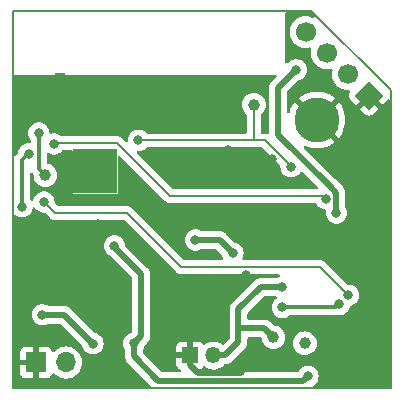
<source format=gbr>
G04 #@! TF.GenerationSoftware,KiCad,Pcbnew,7.0.2-6a45011f42~172~ubuntu22.04.1*
G04 #@! TF.CreationDate,2023-08-24T20:39:21+02:00*
G04 #@! TF.ProjectId,CH582,43483538-322e-46b6-9963-61645f706362,rev?*
G04 #@! TF.SameCoordinates,Original*
G04 #@! TF.FileFunction,Copper,L2,Bot*
G04 #@! TF.FilePolarity,Positive*
%FSLAX46Y46*%
G04 Gerber Fmt 4.6, Leading zero omitted, Abs format (unit mm)*
G04 Created by KiCad (PCBNEW 7.0.2-6a45011f42~172~ubuntu22.04.1) date 2023-08-24 20:39:21*
%MOMM*%
%LPD*%
G01*
G04 APERTURE LIST*
G04 Aperture macros list*
%AMHorizOval*
0 Thick line with rounded ends*
0 $1 width*
0 $2 $3 position (X,Y) of the first rounded end (center of the circle)*
0 $4 $5 position (X,Y) of the second rounded end (center of the circle)*
0 Add line between two ends*
20,1,$1,$2,$3,$4,$5,0*
0 Add two circle primitives to create the rounded ends*
1,1,$1,$2,$3*
1,1,$1,$4,$5*%
%AMRotRect*
0 Rectangle, with rotation*
0 The origin of the aperture is its center*
0 $1 length*
0 $2 width*
0 $3 Rotation angle, in degrees counterclockwise*
0 Add horizontal line*
21,1,$1,$2,0,0,$3*%
G04 Aperture macros list end*
G04 #@! TA.AperFunction,Profile*
%ADD10C,0.200000*%
G04 #@! TD*
G04 #@! TA.AperFunction,ComponentPad*
%ADD11R,0.900000X0.500000*%
G04 #@! TD*
G04 #@! TA.AperFunction,SMDPad,CuDef*
%ADD12C,1.000000*%
G04 #@! TD*
G04 #@! TA.AperFunction,ConnectorPad*
%ADD13C,3.800000*%
G04 #@! TD*
G04 #@! TA.AperFunction,ComponentPad*
%ADD14C,2.600000*%
G04 #@! TD*
G04 #@! TA.AperFunction,ComponentPad*
%ADD15R,1.700000X1.700000*%
G04 #@! TD*
G04 #@! TA.AperFunction,ComponentPad*
%ADD16O,1.700000X1.700000*%
G04 #@! TD*
G04 #@! TA.AperFunction,ComponentPad*
%ADD17C,0.500000*%
G04 #@! TD*
G04 #@! TA.AperFunction,SMDPad,CuDef*
%ADD18R,3.700000X3.700000*%
G04 #@! TD*
G04 #@! TA.AperFunction,ComponentPad*
%ADD19R,1.350000X1.350000*%
G04 #@! TD*
G04 #@! TA.AperFunction,ComponentPad*
%ADD20O,1.350000X1.350000*%
G04 #@! TD*
G04 #@! TA.AperFunction,ComponentPad*
%ADD21RotRect,1.700000X1.700000X225.000000*%
G04 #@! TD*
G04 #@! TA.AperFunction,ComponentPad*
%ADD22HorizOval,1.700000X0.000000X0.000000X0.000000X0.000000X0*%
G04 #@! TD*
G04 #@! TA.AperFunction,ViaPad*
%ADD23C,0.800000*%
G04 #@! TD*
G04 #@! TA.AperFunction,Conductor*
%ADD24C,0.500000*%
G04 #@! TD*
G04 #@! TA.AperFunction,Conductor*
%ADD25C,0.170000*%
G04 #@! TD*
G04 #@! TA.AperFunction,Conductor*
%ADD26C,0.320000*%
G04 #@! TD*
%ADD27C,0.350000*%
%ADD28C,0.300000*%
%ADD29C,0.200000*%
G04 APERTURE END LIST*
D10*
X47000000Y-21750000D02*
X47000000Y-47000000D01*
X15000000Y-47000000D01*
X15000000Y-15000000D01*
X40250000Y-15000000D01*
X47000000Y-21750000D01*
D11*
X19000000Y-20550000D03*
D12*
X39751000Y-43180000D03*
D13*
X40767000Y-24257000D03*
D14*
X40767000Y-24257000D03*
D12*
X17780000Y-28956000D03*
X37084000Y-42672000D03*
X35433000Y-22987000D03*
D15*
X17000000Y-44800000D03*
D16*
X19540000Y-44800000D03*
D17*
X23605482Y-26987800D03*
X22538815Y-26987800D03*
X21472149Y-26987800D03*
X20405482Y-26987800D03*
X23605482Y-28054467D03*
X22538815Y-28054467D03*
X21472149Y-28054467D03*
X20405482Y-28054467D03*
D18*
X22005482Y-28587800D03*
D17*
X23605482Y-29121133D03*
X22538815Y-29121133D03*
X21472149Y-29121133D03*
X20405482Y-29121133D03*
X23605482Y-30187800D03*
X22538815Y-30187800D03*
X21472149Y-30187800D03*
X20405482Y-30187800D03*
D19*
X30000000Y-44200000D03*
D20*
X32000000Y-44200000D03*
D21*
X45200000Y-22200000D03*
D22*
X43403949Y-20403949D03*
X41607898Y-18607898D03*
X39811846Y-16811846D03*
D23*
X35433000Y-22987000D03*
X37084000Y-42672000D03*
X37846000Y-40132000D03*
X33274000Y-26797000D03*
X46101000Y-35179000D03*
X44831000Y-25273000D03*
X37465000Y-44323000D03*
X28702000Y-34544000D03*
X15773400Y-24053800D03*
X41173400Y-35509200D03*
X28016200Y-32969200D03*
X18669000Y-24079200D03*
X27590750Y-36417250D03*
X17222200Y-25377800D03*
X39751000Y-43180000D03*
X15494000Y-46355000D03*
X34290000Y-23749000D03*
X46101000Y-32258000D03*
X46101000Y-26670000D03*
X23749000Y-37719000D03*
X20955000Y-36449000D03*
X20955000Y-46355000D03*
X35433000Y-43307000D03*
X39370000Y-44831000D03*
X41275000Y-46101000D03*
X46101000Y-38481000D03*
X46101000Y-42418000D03*
X46101000Y-46101000D03*
X15748000Y-21082000D03*
X34290000Y-21082000D03*
X29718000Y-21082000D03*
X29718000Y-23749000D03*
X41550500Y-30929361D03*
X32893000Y-40767000D03*
X29083000Y-38481000D03*
X22225000Y-33050500D03*
X30734000Y-40767000D03*
X24683071Y-40696081D03*
X18034000Y-38100000D03*
X30480000Y-34433500D03*
X33655000Y-35560000D03*
X42672000Y-39878000D03*
X25273000Y-21082000D03*
X17517709Y-40754353D03*
X21800000Y-43200000D03*
X40005000Y-45974000D03*
X42418000Y-32131000D03*
X37800000Y-38400000D03*
X34800000Y-37400000D03*
X25654000Y-25982961D03*
X38578812Y-28223188D03*
X36957000Y-27559000D03*
X18496356Y-26289000D03*
X15800000Y-31600000D03*
X16357798Y-27134299D03*
X27698000Y-45200000D03*
X44049500Y-40200000D03*
X43000000Y-43800000D03*
X43434000Y-39116000D03*
X41275000Y-41529000D03*
X15875000Y-43000000D03*
X23622000Y-34925000D03*
X25273000Y-43170500D03*
X39014266Y-20014266D03*
X17653000Y-31200000D03*
D24*
X25273000Y-44273000D02*
X25273000Y-43170500D01*
X40005000Y-45974000D02*
X39624000Y-46355000D01*
X39624000Y-46355000D02*
X27355000Y-46355000D01*
X27355000Y-46355000D02*
X25273000Y-44273000D01*
D25*
X38578812Y-28223188D02*
X38578812Y-28164812D01*
X38578812Y-28164812D02*
X36414000Y-26000000D01*
X36414000Y-26000000D02*
X35433000Y-26000000D01*
D26*
X37846000Y-40132000D02*
X42418000Y-40132000D01*
X42418000Y-40132000D02*
X42672000Y-39878000D01*
D24*
X34355000Y-45655000D02*
X34798000Y-45212000D01*
X34267918Y-45655000D02*
X34355000Y-45655000D01*
X30669000Y-45655000D02*
X34267918Y-45655000D01*
X27590750Y-36417250D02*
X29083000Y-37909500D01*
X22225000Y-33050500D02*
X24224000Y-33050500D01*
X24224000Y-33050500D02*
X27590750Y-36417250D01*
X29083000Y-37909500D02*
X29083000Y-38481000D01*
D25*
X25654000Y-25982961D02*
X25671039Y-26000000D01*
X25671039Y-26000000D02*
X35433000Y-26000000D01*
D24*
X39014266Y-20014266D02*
X39014266Y-20040734D01*
X37465000Y-25508396D02*
X41840604Y-29884000D01*
X39014266Y-20040734D02*
X37465000Y-21590000D01*
X37465000Y-21590000D02*
X37465000Y-25508396D01*
X41840604Y-29884000D02*
X41881082Y-29884000D01*
X41881082Y-29884000D02*
X42418000Y-30420918D01*
X42418000Y-30420918D02*
X42418000Y-32131000D01*
D25*
X41550500Y-30929361D02*
X41355139Y-30734000D01*
X41355139Y-30734000D02*
X28351682Y-30734000D01*
X28351682Y-30734000D02*
X23817682Y-26200000D01*
X23817682Y-26200000D02*
X18585356Y-26200000D01*
X18585356Y-26200000D02*
X18496356Y-26289000D01*
D24*
X23622000Y-34925000D02*
X23622000Y-35052000D01*
X23622000Y-35052000D02*
X25894550Y-37324550D01*
X25894550Y-42548950D02*
X25273000Y-43170500D01*
X25894550Y-37324550D02*
X25894550Y-42548950D01*
D25*
X35433000Y-26000000D02*
X35433000Y-22987000D01*
X43434000Y-39116000D02*
X41021000Y-36703000D01*
X24680000Y-32131000D02*
X18584000Y-32131000D01*
X41021000Y-36703000D02*
X29252000Y-36703000D01*
X29252000Y-36703000D02*
X24680000Y-32131000D01*
X18584000Y-32131000D02*
X17653000Y-31200000D01*
D26*
X17222200Y-25377800D02*
X17222200Y-28398200D01*
X17222200Y-28398200D02*
X17780000Y-28956000D01*
X16357798Y-27134299D02*
X16299701Y-27134299D01*
X16299701Y-27134299D02*
X15800000Y-27634000D01*
X15800000Y-27634000D02*
X15800000Y-31600000D01*
D24*
X34124000Y-41910000D02*
X34124000Y-40302345D01*
X34124000Y-43092000D02*
X34124000Y-41910000D01*
X34124000Y-41910000D02*
X36322000Y-41910000D01*
X36322000Y-41910000D02*
X37084000Y-42672000D01*
X32000000Y-44200000D02*
X33016000Y-44200000D01*
X33016000Y-44200000D02*
X34124000Y-43092000D01*
X37797828Y-38402172D02*
X37800000Y-38400000D01*
X34124000Y-40302345D02*
X36024173Y-38402172D01*
X36024173Y-38402172D02*
X37797828Y-38402172D01*
X17517709Y-40754353D02*
X19354353Y-40754353D01*
X19354353Y-40754353D02*
X21800000Y-43200000D01*
X30000000Y-44200000D02*
X30000000Y-44986000D01*
X30000000Y-44986000D02*
X30669000Y-45655000D01*
X32528500Y-34433500D02*
X30480000Y-34433500D01*
X33655000Y-35560000D02*
X32528500Y-34433500D01*
G04 #@! TA.AperFunction,Conductor*
G36*
X16900799Y-31704596D02*
G01*
X16917634Y-31727309D01*
X16920467Y-31732217D01*
X17047129Y-31872889D01*
X17200269Y-31984151D01*
X17373197Y-32061144D01*
X17558352Y-32100500D01*
X17558354Y-32100500D01*
X17674116Y-32100500D01*
X17741155Y-32120185D01*
X17761797Y-32136819D01*
X18137108Y-32512130D01*
X18147796Y-32524316D01*
X18166417Y-32548583D01*
X18187812Y-32565000D01*
X18197122Y-32572144D01*
X18205766Y-32579725D01*
X18197130Y-32572151D01*
X18288724Y-32642433D01*
X18431154Y-32701430D01*
X18553685Y-32717561D01*
X18583999Y-32721552D01*
X18583999Y-32721551D01*
X18584000Y-32721552D01*
X18614315Y-32717561D01*
X18630501Y-32716500D01*
X24386116Y-32716500D01*
X24453155Y-32736185D01*
X24473797Y-32752819D01*
X28805108Y-37084130D01*
X28815796Y-37096316D01*
X28834417Y-37120583D01*
X28956724Y-37214433D01*
X29099154Y-37273429D01*
X29213627Y-37288500D01*
X29213633Y-37288500D01*
X29252000Y-37293551D01*
X29282307Y-37289561D01*
X29298493Y-37288500D01*
X37518247Y-37288500D01*
X37585286Y-37308185D01*
X37631041Y-37360989D01*
X37640985Y-37430147D01*
X37611960Y-37493703D01*
X37553182Y-37531477D01*
X37544028Y-37533790D01*
X37520197Y-37538855D01*
X37347269Y-37615849D01*
X37330559Y-37627990D01*
X37264752Y-37651470D01*
X37257674Y-37651672D01*
X36087879Y-37651672D01*
X36069909Y-37650363D01*
X36056026Y-37648329D01*
X36046150Y-37646883D01*
X36046149Y-37646883D01*
X35996807Y-37651200D01*
X35986000Y-37651672D01*
X35980464Y-37651672D01*
X35976903Y-37652088D01*
X35976888Y-37652089D01*
X35949657Y-37655272D01*
X35946073Y-37655638D01*
X35870123Y-37662283D01*
X35851095Y-37666501D01*
X35779443Y-37692579D01*
X35776042Y-37693761D01*
X35703653Y-37717750D01*
X35686100Y-37726248D01*
X35622409Y-37768137D01*
X35619371Y-37770073D01*
X35554450Y-37810119D01*
X35539336Y-37822430D01*
X35487004Y-37877898D01*
X35484492Y-37880484D01*
X33638358Y-39726617D01*
X33624727Y-39738398D01*
X33605468Y-39752736D01*
X33573635Y-39790673D01*
X33566338Y-39798637D01*
X33564972Y-39800002D01*
X33564950Y-39800026D01*
X33562409Y-39802568D01*
X33560173Y-39805395D01*
X33560171Y-39805398D01*
X33543176Y-39826891D01*
X33540902Y-39829682D01*
X33491894Y-39888089D01*
X33481418Y-39904532D01*
X33449192Y-39973639D01*
X33447622Y-39976881D01*
X33413393Y-40045037D01*
X33406996Y-40063443D01*
X33391573Y-40138133D01*
X33390793Y-40141650D01*
X33373208Y-40215851D01*
X33371229Y-40235226D01*
X33373447Y-40311475D01*
X33373499Y-40315080D01*
X33373499Y-41873632D01*
X33373500Y-41873642D01*
X33373500Y-41884554D01*
X33373290Y-41891765D01*
X33369668Y-41953933D01*
X33371616Y-41964978D01*
X33373499Y-41986507D01*
X33373499Y-42729769D01*
X33353814Y-42796808D01*
X33337180Y-42817450D01*
X32892079Y-43262551D01*
X32830756Y-43296036D01*
X32761064Y-43291052D01*
X32720858Y-43266505D01*
X32711431Y-43257911D01*
X32526208Y-43143226D01*
X32323073Y-43064531D01*
X32323070Y-43064530D01*
X32323069Y-43064530D01*
X32108926Y-43024500D01*
X31891074Y-43024500D01*
X31676931Y-43064530D01*
X31676926Y-43064531D01*
X31473794Y-43143225D01*
X31288565Y-43257914D01*
X31277215Y-43268261D01*
X31214409Y-43298876D01*
X31145023Y-43290676D01*
X31094413Y-43250932D01*
X31032188Y-43167811D01*
X30917089Y-43081647D01*
X30782371Y-43031400D01*
X30726132Y-43025354D01*
X30719518Y-43025000D01*
X30250000Y-43025000D01*
X30250000Y-43884314D01*
X30238045Y-43872359D01*
X30125148Y-43814835D01*
X30031481Y-43800000D01*
X29968519Y-43800000D01*
X29874852Y-43814835D01*
X29761955Y-43872359D01*
X29750000Y-43884314D01*
X29750000Y-43025000D01*
X29280482Y-43025000D01*
X29273867Y-43025354D01*
X29217628Y-43031400D01*
X29082910Y-43081647D01*
X28967811Y-43167811D01*
X28881647Y-43282910D01*
X28831400Y-43417628D01*
X28825354Y-43473867D01*
X28825000Y-43480481D01*
X28825000Y-43950000D01*
X29684314Y-43950000D01*
X29672359Y-43961955D01*
X29614835Y-44074852D01*
X29595014Y-44200000D01*
X29614835Y-44325148D01*
X29672359Y-44438045D01*
X29684314Y-44450000D01*
X28825000Y-44450000D01*
X28825000Y-44919518D01*
X28825354Y-44926132D01*
X28831400Y-44982371D01*
X28881647Y-45117089D01*
X28967811Y-45232188D01*
X29082910Y-45318352D01*
X29206150Y-45364318D01*
X29262083Y-45406190D01*
X29286500Y-45471654D01*
X29271648Y-45539927D01*
X29222243Y-45589332D01*
X29162816Y-45604500D01*
X27717229Y-45604500D01*
X27650190Y-45584815D01*
X27629548Y-45568181D01*
X26059819Y-43998451D01*
X26026334Y-43937128D01*
X26023500Y-43910770D01*
X26023500Y-43704821D01*
X26040113Y-43642821D01*
X26040814Y-43641608D01*
X26100179Y-43538784D01*
X26155522Y-43368453D01*
X26185769Y-43319096D01*
X26380191Y-43124674D01*
X26393810Y-43112904D01*
X26413080Y-43098560D01*
X26444922Y-43060611D01*
X26452236Y-43052631D01*
X26452817Y-43052049D01*
X26456140Y-43048727D01*
X26475382Y-43024388D01*
X26477604Y-43021661D01*
X26525852Y-42964164D01*
X26525852Y-42964162D01*
X26526667Y-42963192D01*
X26537116Y-42946790D01*
X26537655Y-42945632D01*
X26537660Y-42945627D01*
X26569382Y-42877597D01*
X26570898Y-42874466D01*
X26604590Y-42807383D01*
X26604590Y-42807379D01*
X26605160Y-42806246D01*
X26611549Y-42787867D01*
X26616457Y-42764096D01*
X26626981Y-42713121D01*
X26627736Y-42709717D01*
X26645050Y-42636671D01*
X26645050Y-42636667D01*
X26645340Y-42635444D01*
X26647319Y-42616073D01*
X26647282Y-42614809D01*
X26647283Y-42614806D01*
X26645102Y-42539838D01*
X26645050Y-42536233D01*
X26645050Y-37388255D01*
X26646359Y-37370285D01*
X26646511Y-37369241D01*
X26649839Y-37346527D01*
X26645522Y-37297179D01*
X26645050Y-37286373D01*
X26645050Y-37284451D01*
X26645050Y-37280841D01*
X26641453Y-37250070D01*
X26641086Y-37246479D01*
X26634439Y-37170499D01*
X26630222Y-37151480D01*
X26604142Y-37079824D01*
X26602958Y-37076418D01*
X26578967Y-37004018D01*
X26570479Y-36986486D01*
X26569787Y-36985434D01*
X26569787Y-36985433D01*
X26528549Y-36922734D01*
X26526637Y-36919731D01*
X26486600Y-36854820D01*
X26474300Y-36839722D01*
X26418840Y-36787398D01*
X26416253Y-36784885D01*
X24555114Y-34923746D01*
X24521629Y-34862423D01*
X24519474Y-34849025D01*
X24507674Y-34736742D01*
X24449179Y-34556715D01*
X24354533Y-34392783D01*
X24227870Y-34252110D01*
X24074730Y-34140848D01*
X23901802Y-34063855D01*
X23716648Y-34024500D01*
X23716646Y-34024500D01*
X23527354Y-34024500D01*
X23527352Y-34024500D01*
X23342197Y-34063855D01*
X23169269Y-34140848D01*
X23016129Y-34252110D01*
X22889466Y-34392783D01*
X22794820Y-34556715D01*
X22736326Y-34736742D01*
X22716540Y-34924999D01*
X22736326Y-35113257D01*
X22794820Y-35293284D01*
X22889466Y-35457216D01*
X23016129Y-35597889D01*
X23169268Y-35709150D01*
X23169269Y-35709150D01*
X23169270Y-35709151D01*
X23235723Y-35738738D01*
X23272967Y-35764335D01*
X25107731Y-37599100D01*
X25141215Y-37660421D01*
X25144049Y-37686779D01*
X25144049Y-42176877D01*
X25124364Y-42243916D01*
X25071560Y-42289671D01*
X25045832Y-42298167D01*
X24993196Y-42309355D01*
X24820269Y-42386348D01*
X24667129Y-42497610D01*
X24540466Y-42638283D01*
X24445820Y-42802215D01*
X24387326Y-42982242D01*
X24367540Y-43170500D01*
X24387326Y-43358757D01*
X24445820Y-43538784D01*
X24468767Y-43578528D01*
X24505186Y-43641608D01*
X24505887Y-43642821D01*
X24522500Y-43704821D01*
X24522500Y-44209294D01*
X24521191Y-44227264D01*
X24517711Y-44251023D01*
X24522028Y-44300368D01*
X24522500Y-44311175D01*
X24522500Y-44316709D01*
X24522916Y-44320272D01*
X24522917Y-44320282D01*
X24526098Y-44347496D01*
X24526464Y-44351082D01*
X24533109Y-44427041D01*
X24537329Y-44446071D01*
X24537758Y-44447251D01*
X24537759Y-44447255D01*
X24563413Y-44517742D01*
X24564582Y-44521107D01*
X24588580Y-44593524D01*
X24597075Y-44611072D01*
X24638979Y-44674784D01*
X24640889Y-44677782D01*
X24680288Y-44741656D01*
X24680952Y-44742732D01*
X24693253Y-44757830D01*
X24694168Y-44758693D01*
X24694170Y-44758696D01*
X24729523Y-44792050D01*
X24748709Y-44810151D01*
X24751296Y-44812664D01*
X26726452Y-46787819D01*
X26759937Y-46849142D01*
X26754953Y-46918834D01*
X26713081Y-46974767D01*
X26647617Y-46999184D01*
X26638771Y-46999500D01*
X15124500Y-46999500D01*
X15057461Y-46979815D01*
X15011706Y-46927011D01*
X15000500Y-46875500D01*
X15000500Y-44549999D01*
X15649999Y-44549999D01*
X15650000Y-44550000D01*
X16566314Y-44550000D01*
X16540507Y-44590156D01*
X16500000Y-44728111D01*
X16500000Y-44871889D01*
X16540507Y-45009844D01*
X16566314Y-45050000D01*
X15650000Y-45050000D01*
X15650000Y-45694518D01*
X15650354Y-45701132D01*
X15656400Y-45757371D01*
X15706647Y-45892089D01*
X15792811Y-46007188D01*
X15907910Y-46093352D01*
X16042628Y-46143599D01*
X16098867Y-46149645D01*
X16105482Y-46150000D01*
X16749999Y-46150000D01*
X16749999Y-45235501D01*
X16857685Y-45284680D01*
X16964237Y-45300000D01*
X17035763Y-45300000D01*
X17142315Y-45284680D01*
X17250000Y-45235501D01*
X17250000Y-46150000D01*
X17894518Y-46150000D01*
X17901132Y-46149645D01*
X17957371Y-46143599D01*
X18092089Y-46093352D01*
X18207188Y-46007188D01*
X18293352Y-45892089D01*
X18342422Y-45760528D01*
X18384294Y-45704595D01*
X18449758Y-45680178D01*
X18518031Y-45695030D01*
X18546285Y-45716181D01*
X18668599Y-45838495D01*
X18862170Y-45974035D01*
X19076337Y-46073903D01*
X19304592Y-46135062D01*
X19304592Y-46135063D01*
X19539999Y-46155659D01*
X19539999Y-46155658D01*
X19540000Y-46155659D01*
X19775408Y-46135063D01*
X20003663Y-46073903D01*
X20217830Y-45974035D01*
X20411401Y-45838495D01*
X20578495Y-45671401D01*
X20714035Y-45477830D01*
X20813903Y-45263663D01*
X20875063Y-45035408D01*
X20895659Y-44800000D01*
X20894963Y-44792050D01*
X20875063Y-44564592D01*
X20862960Y-44519423D01*
X20813903Y-44336337D01*
X20714035Y-44122171D01*
X20578495Y-43928599D01*
X20411401Y-43761505D01*
X20217830Y-43625965D01*
X20003663Y-43526097D01*
X19929570Y-43506244D01*
X19775407Y-43464936D01*
X19539999Y-43444340D01*
X19304592Y-43464936D01*
X19076336Y-43526097D01*
X18862170Y-43625965D01*
X18668601Y-43761503D01*
X18546285Y-43883819D01*
X18484962Y-43917303D01*
X18415270Y-43912319D01*
X18359337Y-43870447D01*
X18342422Y-43839471D01*
X18293352Y-43707911D01*
X18207188Y-43592811D01*
X18092089Y-43506647D01*
X17957371Y-43456400D01*
X17901132Y-43450354D01*
X17894518Y-43450000D01*
X17250000Y-43450000D01*
X17250000Y-44364498D01*
X17142315Y-44315320D01*
X17035763Y-44300000D01*
X16964237Y-44300000D01*
X16857685Y-44315320D01*
X16749999Y-44364498D01*
X16750000Y-43450000D01*
X16105482Y-43450000D01*
X16098867Y-43450354D01*
X16042628Y-43456400D01*
X15907910Y-43506647D01*
X15792811Y-43592811D01*
X15706647Y-43707910D01*
X15656400Y-43842628D01*
X15650354Y-43898867D01*
X15650000Y-43905481D01*
X15649999Y-44549999D01*
X15000500Y-44549999D01*
X15000500Y-40754353D01*
X16612249Y-40754353D01*
X16616641Y-40796137D01*
X16632035Y-40942610D01*
X16690529Y-41122637D01*
X16785175Y-41286569D01*
X16911838Y-41427242D01*
X17064978Y-41538504D01*
X17237906Y-41615497D01*
X17423061Y-41654853D01*
X17423063Y-41654853D01*
X17612357Y-41654853D01*
X17735793Y-41628615D01*
X17797512Y-41615497D01*
X17970439Y-41538504D01*
X17984158Y-41528536D01*
X18049965Y-41505055D01*
X18057046Y-41504853D01*
X18992123Y-41504853D01*
X19059162Y-41524538D01*
X19079804Y-41541172D01*
X20887228Y-43348595D01*
X20917478Y-43397958D01*
X20972820Y-43568284D01*
X21067466Y-43732216D01*
X21194129Y-43872889D01*
X21347269Y-43984151D01*
X21520197Y-44061144D01*
X21705352Y-44100500D01*
X21705354Y-44100500D01*
X21894648Y-44100500D01*
X22018083Y-44074262D01*
X22079803Y-44061144D01*
X22252730Y-43984151D01*
X22329191Y-43928599D01*
X22405870Y-43872889D01*
X22532533Y-43732216D01*
X22627179Y-43568284D01*
X22657857Y-43473867D01*
X22685674Y-43388256D01*
X22705460Y-43200000D01*
X22685674Y-43011744D01*
X22641059Y-42874435D01*
X22627179Y-42831715D01*
X22532533Y-42667783D01*
X22405870Y-42527110D01*
X22252730Y-42415848D01*
X22079802Y-42338855D01*
X22014670Y-42325011D01*
X21953188Y-42291819D01*
X21952770Y-42291402D01*
X19930081Y-40268713D01*
X19918299Y-40255080D01*
X19903962Y-40235822D01*
X19866019Y-40203984D01*
X19858044Y-40196676D01*
X19856682Y-40195314D01*
X19854130Y-40192762D01*
X19829797Y-40173522D01*
X19827000Y-40171243D01*
X19768604Y-40122243D01*
X19752174Y-40111775D01*
X19683044Y-40079539D01*
X19679800Y-40077968D01*
X19611659Y-40043747D01*
X19593256Y-40037350D01*
X19518564Y-40021927D01*
X19515045Y-40021147D01*
X19440843Y-40003561D01*
X19421474Y-40001582D01*
X19345222Y-40003801D01*
X19341616Y-40003853D01*
X18057046Y-40003853D01*
X17990007Y-39984168D01*
X17984159Y-39980170D01*
X17970437Y-39970200D01*
X17797511Y-39893208D01*
X17612357Y-39853853D01*
X17612355Y-39853853D01*
X17423063Y-39853853D01*
X17423061Y-39853853D01*
X17237906Y-39893208D01*
X17064978Y-39970201D01*
X16911838Y-40081463D01*
X16785175Y-40222136D01*
X16690529Y-40386068D01*
X16632035Y-40566095D01*
X16621685Y-40664574D01*
X16612249Y-40754353D01*
X15000500Y-40754353D01*
X15000500Y-32375572D01*
X15020185Y-32308533D01*
X15072989Y-32262778D01*
X15142147Y-32252834D01*
X15197385Y-32275254D01*
X15347269Y-32384151D01*
X15520197Y-32461144D01*
X15705352Y-32500500D01*
X15705354Y-32500500D01*
X15894648Y-32500500D01*
X16018083Y-32474262D01*
X16079803Y-32461144D01*
X16252730Y-32384151D01*
X16264538Y-32375572D01*
X16405870Y-32272889D01*
X16532533Y-32132216D01*
X16627179Y-31968284D01*
X16635478Y-31942742D01*
X16685674Y-31788256D01*
X16686925Y-31776344D01*
X16713509Y-31711732D01*
X16770807Y-31671747D01*
X16840626Y-31669087D01*
X16900799Y-31704596D01*
G37*
G04 #@! TD.AperFunction*
G04 #@! TA.AperFunction,Conductor*
G36*
X40273996Y-15132685D02*
G01*
X40295454Y-15150142D01*
X40534628Y-15393829D01*
X40567538Y-15455462D01*
X40561903Y-15525104D01*
X40519510Y-15580644D01*
X40453821Y-15604448D01*
X40393727Y-15593069D01*
X40275509Y-15537943D01*
X40214348Y-15521555D01*
X40047253Y-15476782D01*
X39811846Y-15456186D01*
X39576438Y-15476782D01*
X39348182Y-15537943D01*
X39134016Y-15637811D01*
X38940444Y-15773351D01*
X38773351Y-15940444D01*
X38637811Y-16134016D01*
X38537943Y-16348182D01*
X38476782Y-16576438D01*
X38456186Y-16811845D01*
X38476782Y-17047253D01*
X38516307Y-17194761D01*
X38537943Y-17275509D01*
X38637811Y-17489676D01*
X38773351Y-17683247D01*
X38940445Y-17850341D01*
X39134016Y-17985881D01*
X39348183Y-18085749D01*
X39576438Y-18146909D01*
X39811846Y-18167505D01*
X40047254Y-18146909D01*
X40147949Y-18119928D01*
X40217796Y-18121591D01*
X40275658Y-18160753D01*
X40303163Y-18224981D01*
X40299815Y-18271796D01*
X40272834Y-18372490D01*
X40252238Y-18607897D01*
X40272834Y-18843305D01*
X40299814Y-18943996D01*
X40333995Y-19071561D01*
X40433863Y-19285728D01*
X40569403Y-19479299D01*
X40736497Y-19646393D01*
X40930068Y-19781933D01*
X41144235Y-19881801D01*
X41362507Y-19940286D01*
X41372490Y-19942961D01*
X41607897Y-19963557D01*
X41607897Y-19963556D01*
X41607898Y-19963557D01*
X41843306Y-19942961D01*
X41943997Y-19915981D01*
X42013846Y-19917644D01*
X42071709Y-19956806D01*
X42099213Y-20021034D01*
X42095865Y-20067849D01*
X42068885Y-20168540D01*
X42048289Y-20403949D01*
X42068885Y-20639356D01*
X42081693Y-20687155D01*
X42130046Y-20867612D01*
X42229914Y-21081779D01*
X42365454Y-21275350D01*
X42532548Y-21442444D01*
X42726119Y-21577984D01*
X42940286Y-21677852D01*
X43168540Y-21739011D01*
X43168541Y-21739012D01*
X43403948Y-21759608D01*
X43403948Y-21759607D01*
X43403949Y-21759608D01*
X43415095Y-21758632D01*
X43447568Y-21755792D01*
X43516068Y-21769558D01*
X43566251Y-21818173D01*
X43582185Y-21886202D01*
X43571170Y-21930832D01*
X43513237Y-22057684D01*
X43492776Y-22200000D01*
X43513237Y-22342315D01*
X43572965Y-22473098D01*
X43608467Y-22517154D01*
X43612892Y-22522080D01*
X44068629Y-22977817D01*
X44716922Y-22329523D01*
X44740507Y-22409844D01*
X44818239Y-22530798D01*
X44926900Y-22624952D01*
X45057685Y-22684680D01*
X45067466Y-22686086D01*
X44422182Y-23331369D01*
X44877919Y-23787107D01*
X44882845Y-23791532D01*
X44926901Y-23827034D01*
X45057684Y-23886762D01*
X45200000Y-23907223D01*
X45342315Y-23886762D01*
X45473098Y-23827034D01*
X45517154Y-23791532D01*
X45522080Y-23787107D01*
X45977817Y-23331370D01*
X45977817Y-23331369D01*
X45332533Y-22686086D01*
X45342315Y-22684680D01*
X45473100Y-22624952D01*
X45581761Y-22530798D01*
X45659493Y-22409844D01*
X45683076Y-22329524D01*
X46331369Y-22977817D01*
X46331370Y-22977817D01*
X46778319Y-22530868D01*
X46839642Y-22497383D01*
X46909334Y-22502367D01*
X46965267Y-22544239D01*
X46989684Y-22609703D01*
X46990000Y-22618549D01*
X46990000Y-46866491D01*
X46970315Y-46933530D01*
X46917511Y-46979285D01*
X46866492Y-46990490D01*
X44596000Y-46999500D01*
X40499026Y-46999500D01*
X40431987Y-46979815D01*
X40386232Y-46927011D01*
X40376288Y-46857853D01*
X40405313Y-46794297D01*
X40448592Y-46762220D01*
X40452688Y-46760395D01*
X40457730Y-46758151D01*
X40610871Y-46646888D01*
X40737533Y-46506216D01*
X40832179Y-46342284D01*
X40890674Y-46162256D01*
X40910460Y-45974000D01*
X40890674Y-45785744D01*
X40856373Y-45680178D01*
X40832179Y-45605715D01*
X40737533Y-45441783D01*
X40610870Y-45301110D01*
X40457730Y-45189848D01*
X40284802Y-45112855D01*
X40099648Y-45073500D01*
X40099646Y-45073500D01*
X39910354Y-45073500D01*
X39910352Y-45073500D01*
X39725197Y-45112855D01*
X39552269Y-45189848D01*
X39399129Y-45301110D01*
X39272466Y-45441784D01*
X39214318Y-45542500D01*
X39163751Y-45590716D01*
X39106931Y-45604500D01*
X32222057Y-45604500D01*
X32155018Y-45584815D01*
X32109263Y-45532011D01*
X32099319Y-45462853D01*
X32128344Y-45399297D01*
X32187122Y-45361523D01*
X32199262Y-45358613D01*
X32323069Y-45335470D01*
X32458496Y-45283004D01*
X32526208Y-45256773D01*
X32526210Y-45256772D01*
X32711432Y-45142088D01*
X32872427Y-44995322D01*
X32880919Y-44987581D01*
X32883264Y-44990153D01*
X32923568Y-44960225D01*
X32984425Y-44953883D01*
X32994023Y-44955289D01*
X33043368Y-44950972D01*
X33054176Y-44950500D01*
X33056100Y-44950500D01*
X33059709Y-44950500D01*
X33090550Y-44946894D01*
X33094031Y-44946539D01*
X33168797Y-44939999D01*
X33168797Y-44939998D01*
X33170052Y-44939889D01*
X33189062Y-44935674D01*
X33190250Y-44935241D01*
X33190255Y-44935241D01*
X33260820Y-44909557D01*
X33264095Y-44908419D01*
X33335334Y-44884814D01*
X33335336Y-44884812D01*
X33336536Y-44884415D01*
X33354063Y-44875929D01*
X33355112Y-44875238D01*
X33355117Y-44875237D01*
X33417806Y-44834005D01*
X33420798Y-44832099D01*
X33484656Y-44792712D01*
X33484656Y-44792711D01*
X33485729Y-44792050D01*
X33500824Y-44779753D01*
X33501692Y-44778832D01*
X33501696Y-44778830D01*
X33553185Y-44724253D01*
X33555631Y-44721735D01*
X34609641Y-43667725D01*
X34623258Y-43655957D01*
X34642530Y-43641610D01*
X34674372Y-43603661D01*
X34681686Y-43595681D01*
X34682264Y-43595102D01*
X34685591Y-43591776D01*
X34704853Y-43567413D01*
X34707076Y-43564686D01*
X34728811Y-43538784D01*
X34755302Y-43507214D01*
X34755303Y-43507211D01*
X34756115Y-43506244D01*
X34766573Y-43489828D01*
X34767107Y-43488680D01*
X34767111Y-43488677D01*
X34798845Y-43420621D01*
X34800371Y-43417470D01*
X34834040Y-43350433D01*
X34834040Y-43350431D01*
X34834609Y-43349299D01*
X34841002Y-43330906D01*
X34856431Y-43256184D01*
X34857212Y-43252660D01*
X34869694Y-43200000D01*
X34874500Y-43179721D01*
X34874500Y-43179720D01*
X34874791Y-43178493D01*
X34876770Y-43159120D01*
X34876733Y-43157858D01*
X34876734Y-43157855D01*
X34874552Y-43082868D01*
X34874500Y-43079262D01*
X34874500Y-42784500D01*
X34894185Y-42717461D01*
X34946989Y-42671706D01*
X34998500Y-42660500D01*
X35959770Y-42660500D01*
X36026809Y-42680185D01*
X36047451Y-42696819D01*
X36053405Y-42702773D01*
X36086890Y-42764096D01*
X36089127Y-42778298D01*
X36097976Y-42868135D01*
X36155185Y-43056726D01*
X36177545Y-43098558D01*
X36248090Y-43230538D01*
X36373117Y-43382883D01*
X36525462Y-43507910D01*
X36699273Y-43600814D01*
X36887868Y-43658024D01*
X37084000Y-43677341D01*
X37280132Y-43658024D01*
X37468727Y-43600814D01*
X37642538Y-43507910D01*
X37794883Y-43382883D01*
X37919910Y-43230538D01*
X37946923Y-43180000D01*
X38745659Y-43180000D01*
X38764976Y-43376133D01*
X38822185Y-43564726D01*
X38903092Y-43716091D01*
X38915090Y-43738538D01*
X39040117Y-43890883D01*
X39192462Y-44015910D01*
X39366273Y-44108814D01*
X39554868Y-44166024D01*
X39751000Y-44185341D01*
X39947132Y-44166024D01*
X40135727Y-44108814D01*
X40309538Y-44015910D01*
X40461883Y-43890883D01*
X40586910Y-43738538D01*
X40679814Y-43564727D01*
X40737024Y-43376132D01*
X40756341Y-43180000D01*
X40737024Y-42983868D01*
X40679814Y-42795273D01*
X40586910Y-42621462D01*
X40461883Y-42469117D01*
X40309538Y-42344090D01*
X40259558Y-42317375D01*
X40135726Y-42251185D01*
X39947133Y-42193976D01*
X39751000Y-42174659D01*
X39554866Y-42193976D01*
X39366273Y-42251185D01*
X39192463Y-42344089D01*
X39040117Y-42469117D01*
X38915089Y-42621463D01*
X38822185Y-42795273D01*
X38764976Y-42983866D01*
X38745659Y-43180000D01*
X37946923Y-43180000D01*
X38012814Y-43056727D01*
X38070024Y-42868132D01*
X38089341Y-42672000D01*
X38070024Y-42475868D01*
X38012814Y-42287273D01*
X37919910Y-42113462D01*
X37794883Y-41961117D01*
X37642538Y-41836090D01*
X37616699Y-41822279D01*
X37468726Y-41743185D01*
X37280135Y-41685976D01*
X37190298Y-41677127D01*
X37125512Y-41650965D01*
X37114773Y-41641405D01*
X36897728Y-41424360D01*
X36885946Y-41410727D01*
X36871609Y-41391469D01*
X36833666Y-41359631D01*
X36825691Y-41352323D01*
X36824329Y-41350961D01*
X36821777Y-41348409D01*
X36797444Y-41329169D01*
X36794647Y-41326890D01*
X36736251Y-41277890D01*
X36719821Y-41267422D01*
X36650691Y-41235186D01*
X36647447Y-41233615D01*
X36579306Y-41199394D01*
X36560903Y-41192997D01*
X36486211Y-41177574D01*
X36482692Y-41176794D01*
X36408490Y-41159208D01*
X36389121Y-41157229D01*
X36312869Y-41159448D01*
X36309263Y-41159500D01*
X34998500Y-41159500D01*
X34931461Y-41139815D01*
X34885706Y-41087011D01*
X34874500Y-41035500D01*
X34874500Y-40664574D01*
X34894185Y-40597535D01*
X34910819Y-40576893D01*
X36298721Y-39188991D01*
X36360044Y-39155506D01*
X36386402Y-39152672D01*
X37263653Y-39152672D01*
X37330692Y-39172357D01*
X37336529Y-39176347D01*
X37344848Y-39182391D01*
X37387514Y-39237719D01*
X37393495Y-39307332D01*
X37360890Y-39369128D01*
X37344849Y-39383028D01*
X37240129Y-39459110D01*
X37113466Y-39599783D01*
X37018820Y-39763715D01*
X36960326Y-39943742D01*
X36940540Y-40131999D01*
X36960326Y-40320257D01*
X37018820Y-40500284D01*
X37113466Y-40664216D01*
X37240129Y-40804889D01*
X37393269Y-40916151D01*
X37566197Y-40993144D01*
X37751352Y-41032500D01*
X37751354Y-41032500D01*
X37940648Y-41032500D01*
X38064083Y-41006262D01*
X38125803Y-40993144D01*
X38298730Y-40916151D01*
X38298729Y-40916151D01*
X38436327Y-40816182D01*
X38502133Y-40792702D01*
X38509212Y-40792500D01*
X42394298Y-40792500D01*
X42401785Y-40792726D01*
X42458173Y-40796137D01*
X42513750Y-40785951D01*
X42521126Y-40784828D01*
X42555939Y-40780601D01*
X42565800Y-40779404D01*
X42580745Y-40778500D01*
X42766648Y-40778500D01*
X42890084Y-40752262D01*
X42951803Y-40739144D01*
X43124730Y-40662151D01*
X43256938Y-40566097D01*
X43277870Y-40550889D01*
X43404533Y-40410216D01*
X43499179Y-40246284D01*
X43555071Y-40074268D01*
X43594509Y-40016592D01*
X43647219Y-39991296D01*
X43713803Y-39977144D01*
X43713804Y-39977143D01*
X43713806Y-39977143D01*
X43886730Y-39900151D01*
X44039870Y-39788889D01*
X44072423Y-39752736D01*
X44166533Y-39648216D01*
X44261179Y-39484284D01*
X44319674Y-39304256D01*
X44339460Y-39116000D01*
X44319674Y-38927744D01*
X44261179Y-38747716D01*
X44261179Y-38747715D01*
X44166533Y-38583783D01*
X44039870Y-38443110D01*
X43886730Y-38331848D01*
X43713802Y-38254855D01*
X43528648Y-38215500D01*
X43528646Y-38215500D01*
X43412884Y-38215500D01*
X43345845Y-38195815D01*
X43325203Y-38179181D01*
X41467891Y-36321869D01*
X41457196Y-36309674D01*
X41438584Y-36285418D01*
X41370126Y-36232888D01*
X41316275Y-36191566D01*
X41173847Y-36132571D01*
X41059373Y-36117500D01*
X41021000Y-36112447D01*
X40990686Y-36116439D01*
X40974500Y-36117500D01*
X34587710Y-36117500D01*
X34520671Y-36097815D01*
X34474916Y-36045011D01*
X34464972Y-35975853D01*
X34480322Y-35931502D01*
X34482178Y-35928285D01*
X34482179Y-35928284D01*
X34540674Y-35748256D01*
X34560460Y-35560000D01*
X34540674Y-35371744D01*
X34482179Y-35191716D01*
X34482179Y-35191715D01*
X34387533Y-35027783D01*
X34260870Y-34887110D01*
X34107730Y-34775848D01*
X33934803Y-34698855D01*
X33869669Y-34685011D01*
X33808187Y-34651819D01*
X33807769Y-34651402D01*
X33104228Y-33947860D01*
X33092446Y-33934227D01*
X33078109Y-33914969D01*
X33040166Y-33883131D01*
X33032191Y-33875823D01*
X33030829Y-33874461D01*
X33028277Y-33871909D01*
X33003944Y-33852669D01*
X33001147Y-33850390D01*
X32942751Y-33801390D01*
X32926321Y-33790922D01*
X32857191Y-33758686D01*
X32853947Y-33757115D01*
X32785806Y-33722894D01*
X32767403Y-33716497D01*
X32692711Y-33701074D01*
X32689192Y-33700294D01*
X32614990Y-33682708D01*
X32595621Y-33680729D01*
X32519369Y-33682948D01*
X32515763Y-33683000D01*
X31019337Y-33683000D01*
X30952298Y-33663315D01*
X30946450Y-33659317D01*
X30932728Y-33649347D01*
X30759802Y-33572355D01*
X30574648Y-33533000D01*
X30574646Y-33533000D01*
X30385354Y-33533000D01*
X30385352Y-33533000D01*
X30200197Y-33572355D01*
X30027269Y-33649348D01*
X29874129Y-33760610D01*
X29747466Y-33901283D01*
X29652820Y-34065215D01*
X29594326Y-34245242D01*
X29574540Y-34433500D01*
X29594326Y-34621757D01*
X29652820Y-34801784D01*
X29747466Y-34965716D01*
X29874129Y-35106389D01*
X30027269Y-35217651D01*
X30200197Y-35294644D01*
X30385352Y-35334000D01*
X30385354Y-35334000D01*
X30574648Y-35334000D01*
X30698083Y-35307762D01*
X30759803Y-35294644D01*
X30932730Y-35217651D01*
X30946449Y-35207683D01*
X31012256Y-35184202D01*
X31019337Y-35184000D01*
X32166270Y-35184000D01*
X32233309Y-35203685D01*
X32253951Y-35220319D01*
X32742228Y-35708595D01*
X32772478Y-35757958D01*
X32827821Y-35928285D01*
X32829678Y-35931502D01*
X32846149Y-35999402D01*
X32823296Y-36065429D01*
X32768374Y-36108618D01*
X32722290Y-36117500D01*
X29545884Y-36117500D01*
X29478845Y-36097815D01*
X29458203Y-36081181D01*
X25126891Y-31749869D01*
X25116196Y-31737674D01*
X25097584Y-31713418D01*
X25038302Y-31667929D01*
X24975275Y-31619566D01*
X24832847Y-31560571D01*
X24718373Y-31545500D01*
X24680000Y-31540447D01*
X24649686Y-31544439D01*
X24633500Y-31545500D01*
X18877884Y-31545500D01*
X18810845Y-31525815D01*
X18790203Y-31509181D01*
X18592917Y-31311895D01*
X18559432Y-31250572D01*
X18557277Y-31211252D01*
X18558460Y-31200000D01*
X18538674Y-31011744D01*
X18480179Y-30831716D01*
X18480179Y-30831715D01*
X18385533Y-30667783D01*
X18258870Y-30527110D01*
X18105730Y-30415848D01*
X17932802Y-30338855D01*
X17747648Y-30299500D01*
X17747646Y-30299500D01*
X17558354Y-30299500D01*
X17558352Y-30299500D01*
X17373197Y-30338855D01*
X17200269Y-30415848D01*
X17047129Y-30527110D01*
X16920466Y-30667783D01*
X16825820Y-30831715D01*
X16767325Y-31011746D01*
X16766073Y-31023658D01*
X16739486Y-31088271D01*
X16682187Y-31128254D01*
X16612368Y-31130911D01*
X16552196Y-31095399D01*
X16535364Y-31072688D01*
X16532531Y-31067781D01*
X16492350Y-31023155D01*
X16462120Y-30960163D01*
X16460500Y-30940183D01*
X16460500Y-28856290D01*
X16480185Y-28789251D01*
X16532989Y-28743496D01*
X16602147Y-28733552D01*
X16665703Y-28762577D01*
X16682113Y-28779820D01*
X16687654Y-28786893D01*
X16692083Y-28792912D01*
X16724178Y-28839409D01*
X16733788Y-28847922D01*
X16770915Y-28907109D01*
X16774965Y-28952890D01*
X16774658Y-28955998D01*
X16793976Y-29152133D01*
X16851185Y-29340726D01*
X16932092Y-29492091D01*
X16944090Y-29514538D01*
X17069117Y-29666883D01*
X17221462Y-29791910D01*
X17395273Y-29884814D01*
X17583868Y-29942024D01*
X17780000Y-29961341D01*
X17976132Y-29942024D01*
X18164727Y-29884814D01*
X18338538Y-29791910D01*
X18490883Y-29666883D01*
X18615910Y-29514538D01*
X18708814Y-29340727D01*
X18766024Y-29152132D01*
X18785341Y-28956000D01*
X18766024Y-28759868D01*
X18708814Y-28571273D01*
X18615910Y-28397462D01*
X18490883Y-28245117D01*
X18338538Y-28120090D01*
X18301495Y-28100290D01*
X18164726Y-28027185D01*
X17970704Y-27968328D01*
X17912265Y-27930030D01*
X17883809Y-27866218D01*
X17882700Y-27849668D01*
X17882700Y-27192446D01*
X17902385Y-27125407D01*
X17955189Y-27079652D01*
X18024347Y-27069708D01*
X18057136Y-27079167D01*
X18216553Y-27150144D01*
X18401708Y-27189500D01*
X18401710Y-27189500D01*
X18591004Y-27189500D01*
X18714439Y-27163262D01*
X18776159Y-27150144D01*
X18949086Y-27073151D01*
X19003222Y-27033819D01*
X19102226Y-26961889D01*
X19149398Y-26909500D01*
X19224106Y-26826527D01*
X19283593Y-26789879D01*
X19316256Y-26785500D01*
X19970982Y-26785500D01*
X20038021Y-26805185D01*
X20083776Y-26857989D01*
X20094982Y-26909500D01*
X20094982Y-26949786D01*
X20093098Y-26971319D01*
X20090191Y-26987799D01*
X20093098Y-27004280D01*
X20094982Y-27025813D01*
X20094982Y-28016453D01*
X20093098Y-28037986D01*
X20090191Y-28054466D01*
X20093098Y-28070947D01*
X20094982Y-28092480D01*
X20094982Y-29083119D01*
X20093098Y-29104652D01*
X20090191Y-29121132D01*
X20093098Y-29137613D01*
X20094982Y-29159146D01*
X20094982Y-30149786D01*
X20093098Y-30171319D01*
X20090191Y-30187799D01*
X20093098Y-30204280D01*
X20094982Y-30225813D01*
X20094982Y-30443758D01*
X20098492Y-30461406D01*
X20111864Y-30481418D01*
X20131876Y-30494790D01*
X20149524Y-30498300D01*
X20149525Y-30498300D01*
X23861439Y-30498300D01*
X23861440Y-30498300D01*
X23879088Y-30494790D01*
X23899100Y-30481418D01*
X23912472Y-30461406D01*
X23915982Y-30443758D01*
X23915982Y-30225813D01*
X23917866Y-30204280D01*
X23920772Y-30187799D01*
X23917866Y-30171319D01*
X23915982Y-30149786D01*
X23915982Y-29159146D01*
X23917866Y-29137613D01*
X23920772Y-29121132D01*
X23917866Y-29104652D01*
X23915982Y-29083119D01*
X23915982Y-28092480D01*
X23917866Y-28070947D01*
X23920067Y-28058468D01*
X23920772Y-28054467D01*
X23917865Y-28037984D01*
X23915982Y-28016453D01*
X23915982Y-27425684D01*
X23935667Y-27358645D01*
X23988471Y-27312890D01*
X24057629Y-27302946D01*
X24121185Y-27331971D01*
X24127663Y-27338003D01*
X27904790Y-31115130D01*
X27915478Y-31127316D01*
X27934099Y-31151583D01*
X28056406Y-31245433D01*
X28198836Y-31304429D01*
X28313309Y-31319500D01*
X28313315Y-31319500D01*
X28351682Y-31324551D01*
X28381989Y-31320561D01*
X28398175Y-31319500D01*
X40664347Y-31319500D01*
X40731386Y-31339185D01*
X40771734Y-31381500D01*
X40817966Y-31461576D01*
X40944629Y-31602250D01*
X41097769Y-31713512D01*
X41270697Y-31790506D01*
X41433049Y-31825014D01*
X41494531Y-31858206D01*
X41528308Y-31919369D01*
X41530590Y-31959265D01*
X41512540Y-32130999D01*
X41532326Y-32319257D01*
X41590820Y-32499284D01*
X41685466Y-32663216D01*
X41812129Y-32803889D01*
X41965269Y-32915151D01*
X42138197Y-32992144D01*
X42323352Y-33031500D01*
X42323354Y-33031500D01*
X42512648Y-33031500D01*
X42636083Y-33005262D01*
X42697803Y-32992144D01*
X42870730Y-32915151D01*
X43023871Y-32803888D01*
X43150533Y-32663216D01*
X43245179Y-32499284D01*
X43303674Y-32319256D01*
X43323460Y-32131000D01*
X43303674Y-31942744D01*
X43253478Y-31788257D01*
X43245179Y-31762715D01*
X43185113Y-31658677D01*
X43168500Y-31596677D01*
X43168500Y-30484623D01*
X43169809Y-30466653D01*
X43169961Y-30465609D01*
X43173289Y-30442895D01*
X43168972Y-30393547D01*
X43168500Y-30382741D01*
X43168500Y-30380819D01*
X43168500Y-30377209D01*
X43164903Y-30346438D01*
X43164536Y-30342847D01*
X43157889Y-30266867D01*
X43153672Y-30247848D01*
X43131816Y-30187799D01*
X43127591Y-30176191D01*
X43126408Y-30172786D01*
X43122381Y-30160633D01*
X43102814Y-30101584D01*
X43102812Y-30101581D01*
X43102415Y-30100382D01*
X43093929Y-30082854D01*
X43093237Y-30081802D01*
X43093237Y-30081801D01*
X43052001Y-30019106D01*
X43050086Y-30016099D01*
X43016311Y-29961341D01*
X43010712Y-29952263D01*
X43010711Y-29952262D01*
X43010048Y-29951187D01*
X42997748Y-29936088D01*
X42942274Y-29883751D01*
X42939687Y-29881238D01*
X42456810Y-29398360D01*
X42445028Y-29384727D01*
X42430691Y-29365469D01*
X42392748Y-29333631D01*
X42384773Y-29326323D01*
X42383411Y-29324961D01*
X42380859Y-29322409D01*
X42356526Y-29303169D01*
X42353729Y-29300890D01*
X42295337Y-29251893D01*
X42278896Y-29241419D01*
X42262161Y-29233615D01*
X42226886Y-29208915D01*
X40242129Y-27224158D01*
X39682687Y-26664715D01*
X39649203Y-26603394D01*
X39654187Y-26533702D01*
X39696059Y-26477769D01*
X39761523Y-26453352D01*
X39816016Y-26461744D01*
X40020270Y-26542613D01*
X40027665Y-26545016D01*
X40312625Y-26618182D01*
X40320256Y-26619637D01*
X40612140Y-26656511D01*
X40619899Y-26657000D01*
X40914101Y-26657000D01*
X40921859Y-26656511D01*
X41213743Y-26619637D01*
X41221374Y-26618182D01*
X41506334Y-26545016D01*
X41513729Y-26542613D01*
X41787266Y-26434313D01*
X41794305Y-26431000D01*
X42052108Y-26289272D01*
X42058678Y-26285102D01*
X42280433Y-26123986D01*
X42280434Y-26123986D01*
X41350306Y-25193859D01*
X41364410Y-25186589D01*
X41529540Y-25056729D01*
X41667110Y-24897965D01*
X41701665Y-24838112D01*
X42631686Y-25768133D01*
X42709997Y-25673474D01*
X42714568Y-25667182D01*
X42872207Y-25418782D01*
X42875949Y-25411976D01*
X43001218Y-25145765D01*
X43004078Y-25138541D01*
X43094990Y-24858745D01*
X43096926Y-24851206D01*
X43152053Y-24562220D01*
X43153027Y-24554500D01*
X43171500Y-24260894D01*
X43171500Y-24253105D01*
X43153027Y-23959499D01*
X43152053Y-23951779D01*
X43096926Y-23662793D01*
X43094990Y-23655254D01*
X43004078Y-23375458D01*
X43001218Y-23368234D01*
X42875949Y-23102023D01*
X42872207Y-23095217D01*
X42714569Y-22846818D01*
X42709993Y-22840520D01*
X42631686Y-22745864D01*
X41702787Y-23674762D01*
X41602106Y-23533376D01*
X41450068Y-23388408D01*
X41347776Y-23322669D01*
X42280434Y-22390012D01*
X42058679Y-22228897D01*
X42052108Y-22224727D01*
X41794305Y-22082999D01*
X41787266Y-22079686D01*
X41513729Y-21971386D01*
X41506334Y-21968983D01*
X41221374Y-21895817D01*
X41213743Y-21894362D01*
X40921859Y-21857488D01*
X40914101Y-21857000D01*
X40619899Y-21857000D01*
X40612140Y-21857488D01*
X40320256Y-21894362D01*
X40312625Y-21895817D01*
X40027665Y-21968983D01*
X40020270Y-21971386D01*
X39746733Y-22079686D01*
X39739694Y-22082999D01*
X39481899Y-22224723D01*
X39475309Y-22228905D01*
X39253565Y-22390011D01*
X39253564Y-22390012D01*
X40183693Y-23320140D01*
X40169590Y-23327411D01*
X40004460Y-23457271D01*
X39866890Y-23616035D01*
X39832334Y-23675887D01*
X38902312Y-22745864D01*
X38823995Y-22840534D01*
X38819434Y-22846812D01*
X38661792Y-23095217D01*
X38658050Y-23102023D01*
X38532781Y-23368234D01*
X38529923Y-23375453D01*
X38457431Y-23598559D01*
X38417993Y-23656234D01*
X38353634Y-23683432D01*
X38284788Y-23671517D01*
X38233312Y-23624273D01*
X38215500Y-23560240D01*
X38215500Y-21952229D01*
X38235185Y-21885190D01*
X38251819Y-21864548D01*
X38690579Y-21425788D01*
X39200650Y-20915716D01*
X39261971Y-20882233D01*
X39262203Y-20882182D01*
X39294069Y-20875410D01*
X39466996Y-20798417D01*
X39620137Y-20687154D01*
X39746799Y-20546482D01*
X39841445Y-20382550D01*
X39899940Y-20202522D01*
X39919726Y-20014266D01*
X39899940Y-19826010D01*
X39841579Y-19646393D01*
X39841445Y-19645981D01*
X39746799Y-19482049D01*
X39620136Y-19341376D01*
X39466996Y-19230114D01*
X39294068Y-19153121D01*
X39108914Y-19113766D01*
X39108912Y-19113766D01*
X38919620Y-19113766D01*
X38919618Y-19113766D01*
X38734463Y-19153121D01*
X38561535Y-19230114D01*
X38408398Y-19341375D01*
X38316150Y-19443826D01*
X38256663Y-19480474D01*
X38186806Y-19479143D01*
X38128758Y-19440256D01*
X38100948Y-19376159D01*
X38100000Y-19360853D01*
X38100000Y-15237000D01*
X38119685Y-15169961D01*
X38172489Y-15124206D01*
X38224000Y-15113000D01*
X40206957Y-15113000D01*
X40273996Y-15132685D01*
G37*
G04 #@! TD.AperFunction*
G04 #@! TA.AperFunction,Conductor*
G36*
X31277217Y-45131741D02*
G01*
X31287412Y-45141034D01*
X31288568Y-45142088D01*
X31365705Y-45189849D01*
X31473791Y-45256773D01*
X31632745Y-45318352D01*
X31676931Y-45335470D01*
X31800729Y-45358611D01*
X31863009Y-45390279D01*
X31898282Y-45450591D01*
X31895348Y-45520400D01*
X31855139Y-45577540D01*
X31790421Y-45603871D01*
X31777943Y-45604500D01*
X30837184Y-45604500D01*
X30770145Y-45584815D01*
X30724390Y-45532011D01*
X30714446Y-45462853D01*
X30743471Y-45399297D01*
X30793850Y-45364318D01*
X30917089Y-45318352D01*
X31032188Y-45232188D01*
X31094413Y-45149068D01*
X31150347Y-45107197D01*
X31220039Y-45102213D01*
X31277217Y-45131741D01*
G37*
G04 #@! TD.AperFunction*
G04 #@! TA.AperFunction,Conductor*
G36*
X37314308Y-20466685D02*
G01*
X37360063Y-20519489D01*
X37370007Y-20588647D01*
X37340982Y-20652203D01*
X37334950Y-20658681D01*
X36979358Y-21014272D01*
X36965727Y-21026053D01*
X36946468Y-21040391D01*
X36914635Y-21078328D01*
X36907338Y-21086292D01*
X36905972Y-21087657D01*
X36905950Y-21087681D01*
X36903409Y-21090223D01*
X36901173Y-21093050D01*
X36901171Y-21093053D01*
X36884176Y-21114546D01*
X36881902Y-21117337D01*
X36832894Y-21175744D01*
X36822418Y-21192187D01*
X36790192Y-21261294D01*
X36788622Y-21264536D01*
X36754393Y-21332692D01*
X36747996Y-21351098D01*
X36732573Y-21425788D01*
X36731793Y-21429305D01*
X36714208Y-21503506D01*
X36712229Y-21522879D01*
X36714448Y-21599129D01*
X36714500Y-21602735D01*
X36714500Y-25307615D01*
X36694815Y-25374654D01*
X36642011Y-25420409D01*
X36574315Y-25430554D01*
X36414000Y-25409447D01*
X36383686Y-25413439D01*
X36367500Y-25414500D01*
X36142500Y-25414500D01*
X36075461Y-25394815D01*
X36029706Y-25342011D01*
X36018500Y-25290500D01*
X36018500Y-23859429D01*
X36038185Y-23792390D01*
X36063833Y-23763577D01*
X36143883Y-23697883D01*
X36268910Y-23545538D01*
X36361814Y-23371727D01*
X36419024Y-23183132D01*
X36438341Y-22987000D01*
X36419024Y-22790868D01*
X36361814Y-22602273D01*
X36268910Y-22428462D01*
X36143883Y-22276117D01*
X35991538Y-22151090D01*
X35857951Y-22079686D01*
X35817726Y-22058185D01*
X35629133Y-22000976D01*
X35519273Y-21990156D01*
X35433000Y-21981659D01*
X35432999Y-21981659D01*
X35236866Y-22000976D01*
X35048273Y-22058185D01*
X34874463Y-22151089D01*
X34722117Y-22276117D01*
X34597089Y-22428463D01*
X34504185Y-22602273D01*
X34446976Y-22790866D01*
X34427659Y-22987000D01*
X34446976Y-23183133D01*
X34504185Y-23371726D01*
X34597089Y-23545537D01*
X34661707Y-23624273D01*
X34722117Y-23697883D01*
X34802165Y-23763576D01*
X34841499Y-23821321D01*
X34847500Y-23859429D01*
X34847500Y-25290500D01*
X34827815Y-25357539D01*
X34775011Y-25403294D01*
X34723500Y-25414500D01*
X26409106Y-25414500D01*
X26342067Y-25394815D01*
X26316956Y-25373472D01*
X26259870Y-25310071D01*
X26106730Y-25198809D01*
X25933802Y-25121816D01*
X25748648Y-25082461D01*
X25748646Y-25082461D01*
X25559354Y-25082461D01*
X25559352Y-25082461D01*
X25374197Y-25121816D01*
X25201269Y-25198809D01*
X25048129Y-25310071D01*
X24921466Y-25450744D01*
X24826820Y-25614676D01*
X24768326Y-25794703D01*
X24748539Y-25982965D01*
X24749506Y-25992162D01*
X24736934Y-26060892D01*
X24689200Y-26111914D01*
X24621459Y-26129029D01*
X24555219Y-26106804D01*
X24538504Y-26092800D01*
X24264573Y-25818869D01*
X24253878Y-25806674D01*
X24235264Y-25782415D01*
X24187915Y-25746083D01*
X24112957Y-25688566D01*
X23970528Y-25629571D01*
X23817681Y-25609447D01*
X23787368Y-25613439D01*
X23771182Y-25614500D01*
X19140298Y-25614500D01*
X19073259Y-25594815D01*
X19067412Y-25590818D01*
X19033331Y-25566057D01*
X18949086Y-25504849D01*
X18949085Y-25504848D01*
X18949083Y-25504847D01*
X18776158Y-25427855D01*
X18591004Y-25388500D01*
X18591002Y-25388500D01*
X18401710Y-25388500D01*
X18348980Y-25399707D01*
X18269454Y-25416611D01*
X18199787Y-25411294D01*
X18144054Y-25369156D01*
X18120353Y-25308281D01*
X18120283Y-25307615D01*
X18107874Y-25189544D01*
X18049379Y-25009516D01*
X18049379Y-25009515D01*
X17954733Y-24845583D01*
X17828070Y-24704910D01*
X17674930Y-24593648D01*
X17502002Y-24516655D01*
X17316848Y-24477300D01*
X17316846Y-24477300D01*
X17127554Y-24477300D01*
X17127552Y-24477300D01*
X16942397Y-24516655D01*
X16769469Y-24593648D01*
X16616329Y-24704910D01*
X16489666Y-24845583D01*
X16395020Y-25009515D01*
X16336526Y-25189542D01*
X16317338Y-25372112D01*
X16316740Y-25377800D01*
X16320066Y-25409447D01*
X16336526Y-25566057D01*
X16395020Y-25746083D01*
X16489666Y-25910016D01*
X16529849Y-25954643D01*
X16560079Y-26017634D01*
X16561699Y-26037615D01*
X16561699Y-26109799D01*
X16542014Y-26176838D01*
X16489210Y-26222593D01*
X16437699Y-26233799D01*
X16263150Y-26233799D01*
X16077995Y-26273154D01*
X15905067Y-26350147D01*
X15751927Y-26461409D01*
X15625264Y-26602082D01*
X15530618Y-26766014D01*
X15472124Y-26946041D01*
X15467113Y-26993719D01*
X15440527Y-27058334D01*
X15431473Y-27068437D01*
X15349708Y-27150202D01*
X15344256Y-27155335D01*
X15301975Y-27192793D01*
X15269885Y-27239282D01*
X15265449Y-27245311D01*
X15222112Y-27300629D01*
X15165273Y-27341263D01*
X15095489Y-27344717D01*
X15034916Y-27309894D01*
X15002785Y-27247851D01*
X15000500Y-27224158D01*
X15000500Y-20571000D01*
X15020185Y-20503961D01*
X15072989Y-20458206D01*
X15124500Y-20447000D01*
X37247269Y-20447000D01*
X37314308Y-20466685D01*
G37*
G04 #@! TD.AperFunction*
G04 #@! TA.AperFunction,Conductor*
G36*
X35402685Y-26586560D02*
G01*
X35433000Y-26590552D01*
X35463314Y-26586560D01*
X35479500Y-26585500D01*
X36120116Y-26585500D01*
X36187155Y-26605185D01*
X36207797Y-26621819D01*
X37644446Y-28058468D01*
X37677931Y-28119791D01*
X37680086Y-28159109D01*
X37673352Y-28223186D01*
X37693138Y-28411445D01*
X37751632Y-28591472D01*
X37846278Y-28755404D01*
X37972941Y-28896077D01*
X38126081Y-29007339D01*
X38299009Y-29084332D01*
X38484164Y-29123688D01*
X38484166Y-29123688D01*
X38673460Y-29123688D01*
X38813290Y-29093966D01*
X38858615Y-29084332D01*
X39031542Y-29007339D01*
X39031541Y-29007339D01*
X39184682Y-28896077D01*
X39220507Y-28856290D01*
X39311345Y-28755404D01*
X39354736Y-28680247D01*
X39405302Y-28632033D01*
X39473909Y-28618809D01*
X39538774Y-28644777D01*
X39549804Y-28654567D01*
X40832056Y-29936819D01*
X40865541Y-29998142D01*
X40860557Y-30067834D01*
X40818685Y-30123767D01*
X40753221Y-30148184D01*
X40744375Y-30148500D01*
X28645566Y-30148500D01*
X28578527Y-30128815D01*
X28557885Y-30112181D01*
X25540846Y-27095142D01*
X25507361Y-27033819D01*
X25512345Y-26964127D01*
X25554217Y-26908194D01*
X25619681Y-26883777D01*
X25628527Y-26883461D01*
X25748648Y-26883461D01*
X25872083Y-26857223D01*
X25933803Y-26844105D01*
X26106730Y-26767112D01*
X26259871Y-26655849D01*
X26286274Y-26626527D01*
X26345761Y-26589879D01*
X26378423Y-26585500D01*
X35386500Y-26585500D01*
X35402685Y-26586560D01*
G37*
G04 #@! TD.AperFunction*
D27*
X35433000Y-22987000D03*
X37084000Y-42672000D03*
X37846000Y-40132000D03*
X33274000Y-26797000D03*
X46101000Y-35179000D03*
X44831000Y-25273000D03*
X37465000Y-44323000D03*
X28702000Y-34544000D03*
X15773400Y-24053800D03*
X41173400Y-35509200D03*
X28016200Y-32969200D03*
X18669000Y-24079200D03*
X27590750Y-36417250D03*
X17222200Y-25377800D03*
X39751000Y-43180000D03*
X15494000Y-46355000D03*
X34290000Y-23749000D03*
X46101000Y-32258000D03*
X46101000Y-26670000D03*
X23749000Y-37719000D03*
X20955000Y-36449000D03*
X20955000Y-46355000D03*
X35433000Y-43307000D03*
X39370000Y-44831000D03*
X41275000Y-46101000D03*
X46101000Y-38481000D03*
X46101000Y-42418000D03*
X46101000Y-46101000D03*
X15748000Y-21082000D03*
X34290000Y-21082000D03*
X29718000Y-21082000D03*
X29718000Y-23749000D03*
X41550500Y-30929361D03*
X32893000Y-40767000D03*
X29083000Y-38481000D03*
X22225000Y-33050500D03*
X30734000Y-40767000D03*
X24683071Y-40696081D03*
X18034000Y-38100000D03*
X30480000Y-34433500D03*
X33655000Y-35560000D03*
X42672000Y-39878000D03*
X25273000Y-21082000D03*
X17517709Y-40754353D03*
X21800000Y-43200000D03*
X40005000Y-45974000D03*
X42418000Y-32131000D03*
X37800000Y-38400000D03*
X34800000Y-37400000D03*
X25654000Y-25982961D03*
X38578812Y-28223188D03*
X36957000Y-27559000D03*
X18496356Y-26289000D03*
X15800000Y-31600000D03*
X16357798Y-27134299D03*
X27698000Y-45200000D03*
X44049500Y-40200000D03*
X43000000Y-43800000D03*
X43434000Y-39116000D03*
X41275000Y-41529000D03*
X15875000Y-43000000D03*
X23622000Y-34925000D03*
X25273000Y-43170500D03*
X39014266Y-20014266D03*
X17653000Y-31200000D03*
D28*
X19000000Y-20550000D03*
D27*
X40767000Y-24257000D03*
X17000000Y-44800000D03*
X19540000Y-44800000D03*
D29*
X23605482Y-26987800D03*
X22538815Y-26987800D03*
X21472149Y-26987800D03*
X20405482Y-26987800D03*
X23605482Y-28054467D03*
X22538815Y-28054467D03*
X21472149Y-28054467D03*
X20405482Y-28054467D03*
X23605482Y-29121133D03*
X22538815Y-29121133D03*
X21472149Y-29121133D03*
X20405482Y-29121133D03*
X23605482Y-30187800D03*
X22538815Y-30187800D03*
X21472149Y-30187800D03*
X20405482Y-30187800D03*
D27*
X30000000Y-44200000D03*
X32000000Y-44200000D03*
X45200000Y-22200000D03*
X43403949Y-20403949D03*
X41607898Y-18607898D03*
X39811846Y-16811846D03*
M02*

</source>
